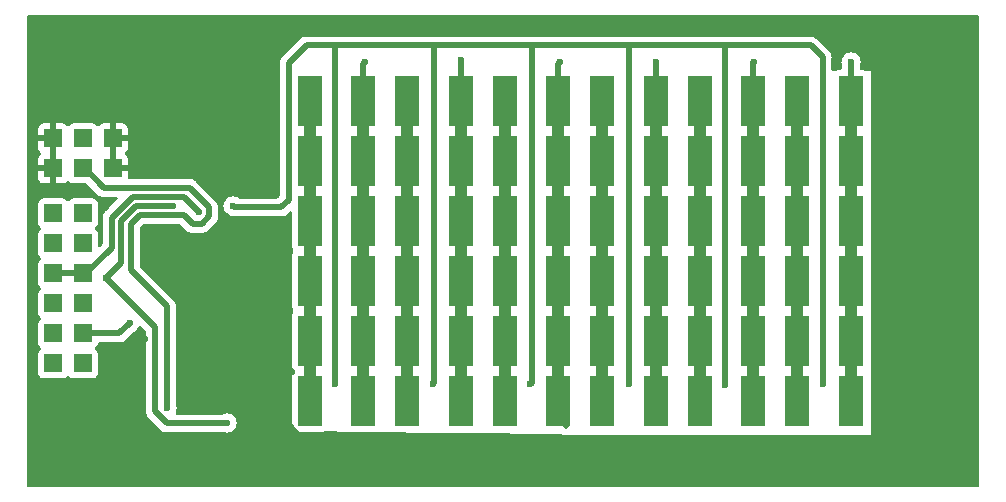
<source format=gbr>
%TF.GenerationSoftware,KiCad,Pcbnew,7.0.9-7.0.9~ubuntu23.04.1*%
%TF.CreationDate,2023-11-27T17:45:01+00:00*%
%TF.ProjectId,PCRD03,50435244-3033-42e6-9b69-6361645f7063,rev?*%
%TF.SameCoordinates,Original*%
%TF.FileFunction,Copper,L1,Top*%
%TF.FilePolarity,Positive*%
%FSLAX46Y46*%
G04 Gerber Fmt 4.6, Leading zero omitted, Abs format (unit mm)*
G04 Created by KiCad (PCBNEW 7.0.9-7.0.9~ubuntu23.04.1) date 2023-11-27 17:45:01*
%MOMM*%
%LPD*%
G01*
G04 APERTURE LIST*
%TA.AperFunction,ComponentPad*%
%ADD10R,1.524000X1.524000*%
%TD*%
%TA.AperFunction,ComponentPad*%
%ADD11C,6.000000*%
%TD*%
%TA.AperFunction,SMDPad,CuDef*%
%ADD12R,2.000000X4.200000*%
%TD*%
%TA.AperFunction,ViaPad*%
%ADD13C,0.600000*%
%TD*%
%TA.AperFunction,Conductor*%
%ADD14C,0.500000*%
%TD*%
%TA.AperFunction,Conductor*%
%ADD15C,1.000000*%
%TD*%
G04 APERTURE END LIST*
D10*
%TO.P,J1,1*%
%TO.N,GND*%
X48260000Y-41275000D03*
%TO.P,J1,2*%
X48260000Y-43815000D03*
%TO.P,J1,3*%
%TO.N,+BATT*%
X45720000Y-41275000D03*
%TO.P,J1,4*%
X45720000Y-43815000D03*
%TO.P,J1,5*%
%TO.N,GND*%
X43180000Y-41275000D03*
%TO.P,J1,6*%
X43180000Y-43815000D03*
%TD*%
D11*
%TO.P,M1,1*%
%TO.N,GND*%
X116840000Y-66040000D03*
%TD*%
%TO.P,M2,1*%
%TO.N,GND*%
X116840000Y-35560000D03*
%TD*%
%TO.P,M3,1*%
%TO.N,GND*%
X45720000Y-35560000D03*
%TD*%
%TO.P,M4,1*%
%TO.N,GND*%
X45720000Y-66040000D03*
%TD*%
D12*
%TO.P,D6,1*%
%TO.N,Net-(C16-Pad1)*%
X69433000Y-43180000D03*
%TO.P,D6,2*%
%TO.N,Net-(C13-Pad1)*%
X64933000Y-43180000D03*
%TD*%
%TO.P,D7,1*%
%TO.N,Net-(C16-Pad1)*%
X69433000Y-38100000D03*
%TO.P,D7,2*%
%TO.N,Net-(C13-Pad1)*%
X64933000Y-38100000D03*
%TD*%
%TO.P,D8,1*%
%TO.N,Net-(C16-Pad1)*%
X69433000Y-53340000D03*
%TO.P,D8,2*%
%TO.N,Net-(C13-Pad1)*%
X64933000Y-53340000D03*
%TD*%
%TO.P,D9,1*%
%TO.N,Net-(C16-Pad1)*%
X69433000Y-63500000D03*
%TO.P,D9,2*%
%TO.N,Net-(C13-Pad1)*%
X64933000Y-63500000D03*
%TD*%
%TO.P,D10,1*%
%TO.N,Net-(C16-Pad1)*%
X69433000Y-48260000D03*
%TO.P,D10,2*%
%TO.N,Net-(C13-Pad1)*%
X64933000Y-48260000D03*
%TD*%
%TO.P,D11,1*%
%TO.N,Net-(C16-Pad1)*%
X69433000Y-58420000D03*
%TO.P,D11,2*%
%TO.N,Net-(C13-Pad1)*%
X64933000Y-58420000D03*
%TD*%
%TO.P,D12,1*%
%TO.N,Net-(C22-Pad1)*%
X77688000Y-38100000D03*
%TO.P,D12,2*%
%TO.N,Net-(C19-Pad1)*%
X73188000Y-38100000D03*
%TD*%
%TO.P,D13,1*%
%TO.N,Net-(C22-Pad1)*%
X77688000Y-43180000D03*
%TO.P,D13,2*%
%TO.N,Net-(C19-Pad1)*%
X73188000Y-43180000D03*
%TD*%
%TO.P,D14,1*%
%TO.N,Net-(C22-Pad1)*%
X77688000Y-48260000D03*
%TO.P,D14,2*%
%TO.N,Net-(C19-Pad1)*%
X73188000Y-48260000D03*
%TD*%
%TO.P,D15,1*%
%TO.N,Net-(C22-Pad1)*%
X77688000Y-63500000D03*
%TO.P,D15,2*%
%TO.N,Net-(C19-Pad1)*%
X73188000Y-63500000D03*
%TD*%
%TO.P,D16,1*%
%TO.N,Net-(C22-Pad1)*%
X77688000Y-53340000D03*
%TO.P,D16,2*%
%TO.N,Net-(C19-Pad1)*%
X73188000Y-53340000D03*
%TD*%
%TO.P,D17,1*%
%TO.N,Net-(C22-Pad1)*%
X77688000Y-58420000D03*
%TO.P,D17,2*%
%TO.N,Net-(C19-Pad1)*%
X73188000Y-58420000D03*
%TD*%
%TO.P,D18,1*%
%TO.N,Net-(C28-Pad1)*%
X85943000Y-38100000D03*
%TO.P,D18,2*%
%TO.N,Net-(C25-Pad1)*%
X81443000Y-38100000D03*
%TD*%
%TO.P,D19,1*%
%TO.N,Net-(C28-Pad1)*%
X85943000Y-43180000D03*
%TO.P,D19,2*%
%TO.N,Net-(C25-Pad1)*%
X81443000Y-43180000D03*
%TD*%
%TO.P,D20,1*%
%TO.N,Net-(C28-Pad1)*%
X85943000Y-48260000D03*
%TO.P,D20,2*%
%TO.N,Net-(C25-Pad1)*%
X81443000Y-48260000D03*
%TD*%
%TO.P,D21,1*%
%TO.N,Net-(C28-Pad1)*%
X85943000Y-63500000D03*
%TO.P,D21,2*%
%TO.N,Net-(C25-Pad1)*%
X81443000Y-63500000D03*
%TD*%
%TO.P,D22,1*%
%TO.N,Net-(C28-Pad1)*%
X85943000Y-53340000D03*
%TO.P,D22,2*%
%TO.N,Net-(C25-Pad1)*%
X81443000Y-53340000D03*
%TD*%
%TO.P,D23,1*%
%TO.N,Net-(C28-Pad1)*%
X85943000Y-58420000D03*
%TO.P,D23,2*%
%TO.N,Net-(C25-Pad1)*%
X81443000Y-58420000D03*
%TD*%
%TO.P,D24,1*%
%TO.N,Net-(C34-Pad1)*%
X94198000Y-58420000D03*
%TO.P,D24,2*%
%TO.N,Net-(C31-Pad1)*%
X89698000Y-58420000D03*
%TD*%
%TO.P,D25,1*%
%TO.N,Net-(C34-Pad1)*%
X94198000Y-53340000D03*
%TO.P,D25,2*%
%TO.N,Net-(C31-Pad1)*%
X89698000Y-53340000D03*
%TD*%
%TO.P,D26,1*%
%TO.N,Net-(C34-Pad1)*%
X94198000Y-43180000D03*
%TO.P,D26,2*%
%TO.N,Net-(C31-Pad1)*%
X89698000Y-43180000D03*
%TD*%
%TO.P,D27,1*%
%TO.N,Net-(C34-Pad1)*%
X94198000Y-63500000D03*
%TO.P,D27,2*%
%TO.N,Net-(C31-Pad1)*%
X89698000Y-63500000D03*
%TD*%
%TO.P,D28,1*%
%TO.N,Net-(C34-Pad1)*%
X94198000Y-48260000D03*
%TO.P,D28,2*%
%TO.N,Net-(C31-Pad1)*%
X89698000Y-48260000D03*
%TD*%
%TO.P,D29,1*%
%TO.N,Net-(C34-Pad1)*%
X94198000Y-38100000D03*
%TO.P,D29,2*%
%TO.N,Net-(C31-Pad1)*%
X89698000Y-38100000D03*
%TD*%
%TO.P,D30,1*%
%TO.N,Net-(C40-Pad1)*%
X102453000Y-58420000D03*
%TO.P,D30,2*%
%TO.N,Net-(C37-Pad1)*%
X97953000Y-58420000D03*
%TD*%
%TO.P,D31,1*%
%TO.N,Net-(C40-Pad1)*%
X102453000Y-53340000D03*
%TO.P,D31,2*%
%TO.N,Net-(C37-Pad1)*%
X97953000Y-53340000D03*
%TD*%
%TO.P,D32,1*%
%TO.N,Net-(C40-Pad1)*%
X102453000Y-63500000D03*
%TO.P,D32,2*%
%TO.N,Net-(C37-Pad1)*%
X97953000Y-63500000D03*
%TD*%
%TO.P,D33,1*%
%TO.N,Net-(C40-Pad1)*%
X102453000Y-43180000D03*
%TO.P,D33,2*%
%TO.N,Net-(C37-Pad1)*%
X97953000Y-43180000D03*
%TD*%
%TO.P,D34,1*%
%TO.N,Net-(C40-Pad1)*%
X102453000Y-48260000D03*
%TO.P,D34,2*%
%TO.N,Net-(C37-Pad1)*%
X97953000Y-48260000D03*
%TD*%
%TO.P,D35,1*%
%TO.N,Net-(C40-Pad1)*%
X102453000Y-38100000D03*
%TO.P,D35,2*%
%TO.N,Net-(C37-Pad1)*%
X97953000Y-38100000D03*
%TD*%
%TO.P,D36,1*%
%TO.N,Net-(C46-Pad1)*%
X110708000Y-38100000D03*
%TO.P,D36,2*%
%TO.N,Net-(C43-Pad1)*%
X106208000Y-38100000D03*
%TD*%
%TO.P,D37,1*%
%TO.N,Net-(C46-Pad1)*%
X110708000Y-43180000D03*
%TO.P,D37,2*%
%TO.N,Net-(C43-Pad1)*%
X106208000Y-43180000D03*
%TD*%
%TO.P,D38,1*%
%TO.N,Net-(C46-Pad1)*%
X110708000Y-48260000D03*
%TO.P,D38,2*%
%TO.N,Net-(C43-Pad1)*%
X106208000Y-48260000D03*
%TD*%
%TO.P,D39,1*%
%TO.N,Net-(C46-Pad1)*%
X110708000Y-53340000D03*
%TO.P,D39,2*%
%TO.N,Net-(C43-Pad1)*%
X106208000Y-53340000D03*
%TD*%
%TO.P,D40,1*%
%TO.N,Net-(C46-Pad1)*%
X110708000Y-58420000D03*
%TO.P,D40,2*%
%TO.N,Net-(C43-Pad1)*%
X106208000Y-58420000D03*
%TD*%
%TO.P,D41,1*%
%TO.N,Net-(C46-Pad1)*%
X110708000Y-63500000D03*
%TO.P,D41,2*%
%TO.N,Net-(C43-Pad1)*%
X106208000Y-63500000D03*
%TD*%
D10*
%TO.P,J2,1*%
%TO.N,/ENABLE*%
X43180000Y-47625000D03*
%TO.P,J2,2*%
X45720000Y-47625000D03*
%TO.P,J2,3*%
%TO.N,/VREF*%
X43180000Y-50165000D03*
%TO.P,J2,4*%
X45720000Y-50165000D03*
%TO.P,J2,5*%
%TO.N,/BIAS*%
X43180000Y-52705000D03*
%TO.P,J2,6*%
X45720000Y-52705000D03*
%TO.P,J2,7*%
%TO.N,/MEASURE*%
X43180000Y-55245000D03*
%TO.P,J2,8*%
X45720000Y-55245000D03*
%TO.P,J2,9*%
%TO.N,/OUT_AMP*%
X43180000Y-57785000D03*
%TO.P,J2,10*%
X45720000Y-57785000D03*
%TO.P,J2,11*%
%TO.N,/RESET*%
X43180000Y-60325000D03*
%TO.P,J2,12*%
X45720000Y-60325000D03*
%TD*%
D13*
%TO.N,/BIAS*%
X55499000Y-47498000D03*
%TO.N,GND*%
X58928000Y-60071000D03*
X51181000Y-40894000D03*
X59880500Y-35623500D03*
X57023000Y-40767000D03*
X61112400Y-52959000D03*
X59436000Y-33528000D03*
X52407820Y-51943000D03*
X54483000Y-40767000D03*
X60198000Y-37973000D03*
X63373000Y-61087000D03*
X59944000Y-40386000D03*
X50927000Y-58293000D03*
%TO.N,+BATT*%
X52832000Y-64135000D03*
%TO.N,+3V3*%
X83693000Y-51689000D03*
X67056000Y-53086000D03*
X58420000Y-46990000D03*
X75438000Y-53086000D03*
X83566000Y-62103000D03*
X100076000Y-62146000D03*
X91948000Y-52324000D03*
X108331000Y-62103000D03*
X108331000Y-53086000D03*
X67056000Y-62103000D03*
X47625000Y-53086000D03*
X100076000Y-53086000D03*
X57912000Y-65362000D03*
X91948000Y-62103000D03*
X75311000Y-62103000D03*
X53340000Y-46990000D03*
%TO.N,Net-(C13-Pad1)*%
X64933000Y-55880000D03*
%TO.N,Net-(C16-Pad1)*%
X69596000Y-34798000D03*
X69433000Y-55880000D03*
%TO.N,Net-(C19-Pad1)*%
X73188000Y-55880000D03*
%TO.N,Net-(C22-Pad1)*%
X77688000Y-55753000D03*
X77724000Y-34671000D03*
%TO.N,Net-(C25-Pad1)*%
X81443000Y-55753000D03*
%TO.N,Net-(C28-Pad1)*%
X85943000Y-55880000D03*
X86106000Y-34798000D03*
%TO.N,Net-(C31-Pad1)*%
X89698000Y-55753000D03*
%TO.N,Net-(C34-Pad1)*%
X94234000Y-34798000D03*
X94198000Y-55880000D03*
%TO.N,Net-(C37-Pad1)*%
X97953000Y-55753000D03*
%TO.N,Net-(C40-Pad1)*%
X102489000Y-34798000D03*
X102453000Y-55880000D03*
%TO.N,Net-(C43-Pad1)*%
X106208000Y-55880000D03*
%TO.N,Net-(C46-Pad1)*%
X110708000Y-55880000D03*
X110744000Y-34798000D03*
%TO.N,/OUT_AMP*%
X49657000Y-56896000D03*
%TD*%
D14*
%TO.N,/BIAS*%
X45974000Y-52705000D02*
X48133000Y-50546000D01*
X48133000Y-50546000D02*
X48133000Y-48006000D01*
X48133000Y-48006000D02*
X49911000Y-46228000D01*
X49911000Y-46228000D02*
X54229000Y-46228000D01*
X54229000Y-46228000D02*
X55499000Y-47498000D01*
X45720000Y-52705000D02*
X46101000Y-52705000D01*
X43180000Y-52705000D02*
X45720000Y-52705000D01*
X45720000Y-52705000D02*
X45974000Y-52705000D01*
X45720000Y-52705000D02*
X45847000Y-52705000D01*
D15*
%TO.N,GND*%
X113385600Y-66040000D02*
X112572800Y-66852800D01*
X112572800Y-66852800D02*
X64084200Y-66852800D01*
X64084200Y-66852800D02*
X62382400Y-65151000D01*
X62382400Y-65151000D02*
X62382400Y-61087000D01*
X62382400Y-55473600D02*
X61112400Y-54203600D01*
X61112400Y-54203600D02*
X55092600Y-54203600D01*
X55092600Y-54203600D02*
X54127400Y-53238400D01*
X54127400Y-53238400D02*
X54127400Y-51943000D01*
X54127400Y-51155600D02*
X52120800Y-49149000D01*
D14*
X50927000Y-58293000D02*
X49530000Y-59690000D01*
X49530000Y-59690000D02*
X49530000Y-62230000D01*
X49530000Y-62230000D02*
X45720000Y-66040000D01*
X58928000Y-60071000D02*
X62382400Y-60071000D01*
X62382400Y-60071000D02*
X62103000Y-60071000D01*
X62103000Y-60071000D02*
X62382400Y-60071000D01*
D15*
X62382400Y-60071000D02*
X62382400Y-55473600D01*
D14*
X63373000Y-61087000D02*
X62382400Y-61087000D01*
X62382400Y-61087000D02*
X62865000Y-61087000D01*
X62865000Y-61087000D02*
X62382400Y-61087000D01*
D15*
X62382400Y-61087000D02*
X62382400Y-60071000D01*
D14*
X52407820Y-51943000D02*
X54127400Y-51943000D01*
X54127400Y-51943000D02*
X54102000Y-51943000D01*
X54102000Y-51943000D02*
X54127400Y-51943000D01*
D15*
X54127400Y-51943000D02*
X54127400Y-51155600D01*
D14*
X59880500Y-35623500D02*
X59944000Y-35560000D01*
D15*
X116840000Y-66040000D02*
X113385600Y-66040000D01*
D14*
X61112400Y-54203600D02*
X61112400Y-52959000D01*
%TO.N,+BATT*%
X45847000Y-43815000D02*
X47498000Y-45466000D01*
X47498000Y-45466000D02*
X54737000Y-45466000D01*
X54737000Y-45466000D02*
X56388000Y-47117000D01*
X56388000Y-47117000D02*
X56388000Y-47879000D01*
X56388000Y-47879000D02*
X55753000Y-48514000D01*
X55753000Y-48514000D02*
X54991000Y-48514000D01*
X54991000Y-48514000D02*
X54229000Y-47752000D01*
X54229000Y-47752000D02*
X50546000Y-47752000D01*
X50546000Y-47752000D02*
X49784000Y-48514000D01*
X49784000Y-48514000D02*
X49784000Y-52451000D01*
X49784000Y-52451000D02*
X52832000Y-55499000D01*
X52832000Y-55499000D02*
X52832000Y-64135000D01*
X45720000Y-43815000D02*
X45847000Y-43815000D01*
%TO.N,+3V3*%
X47625000Y-53086000D02*
X48895000Y-51816000D01*
X48895000Y-51816000D02*
X48895000Y-48260000D01*
X48895000Y-48260000D02*
X50165000Y-46990000D01*
X50165000Y-46990000D02*
X53340000Y-46990000D01*
X107315000Y-33401000D02*
X108331000Y-34417000D01*
X108331000Y-34417000D02*
X108331000Y-53086000D01*
X108331000Y-53086000D02*
X108331000Y-62103000D01*
X100076000Y-62146000D02*
X100076000Y-53086000D01*
X100076000Y-33401000D02*
X100076000Y-33528000D01*
X100076000Y-33528000D02*
X100076000Y-33401000D01*
X100076000Y-33401000D02*
X107315000Y-33401000D01*
X100076000Y-53086000D02*
X100076000Y-33401000D01*
X91948000Y-33401000D02*
X100076000Y-33401000D01*
X91948000Y-52324000D02*
X91948000Y-62103000D01*
X83693000Y-33401000D02*
X91948000Y-33401000D01*
X83693000Y-61976000D02*
X83566000Y-62103000D01*
X83693000Y-51689000D02*
X83693000Y-61976000D01*
X75438000Y-33401000D02*
X83693000Y-33401000D01*
X75438000Y-61976000D02*
X75311000Y-62103000D01*
X75438000Y-53086000D02*
X75438000Y-61976000D01*
X67056000Y-33401000D02*
X75438000Y-33401000D01*
X67056000Y-53086000D02*
X67056000Y-62103000D01*
X58420000Y-46990000D02*
X58547000Y-47117000D01*
X58547000Y-47117000D02*
X62484000Y-47117000D01*
X62484000Y-47117000D02*
X63119000Y-46482000D01*
X63119000Y-46482000D02*
X63119000Y-34925000D01*
X63119000Y-34925000D02*
X64643000Y-33401000D01*
X64643000Y-33401000D02*
X67056000Y-33401000D01*
X57912000Y-65362000D02*
X57869000Y-65405000D01*
X57869000Y-65405000D02*
X52832000Y-65405000D01*
X52832000Y-65405000D02*
X51816000Y-64389000D01*
X51816000Y-59817000D02*
X51816000Y-64389000D01*
X51816000Y-57277000D02*
X47625000Y-53086000D01*
X75438000Y-33401000D02*
X75438000Y-53086000D01*
X83693000Y-33401000D02*
X83693000Y-51689000D01*
X51816000Y-59817000D02*
X51816000Y-57277000D01*
X91948000Y-33401000D02*
X91948000Y-52324000D01*
X67056000Y-33401000D02*
X67056000Y-53086000D01*
D15*
%TO.N,Net-(C13-Pad1)*%
X64933000Y-58420000D02*
X64933000Y-55880000D01*
X64933000Y-53340000D02*
X64933000Y-48260000D01*
X64933000Y-48260000D02*
X64933000Y-43180000D01*
X64933000Y-43180000D02*
X64933000Y-40640000D01*
X64933000Y-40640000D02*
X64933000Y-38100000D01*
X64933000Y-55880000D02*
X64933000Y-53340000D01*
D14*
X64933000Y-40640000D02*
X64933000Y-40676000D01*
D15*
X64933000Y-63500000D02*
X64933000Y-58420000D01*
%TO.N,Net-(C16-Pad1)*%
X69433000Y-43180000D02*
X69433000Y-48260000D01*
X69433000Y-48260000D02*
X69433000Y-53340000D01*
X69433000Y-53340000D02*
X69433000Y-55880000D01*
X69433000Y-58420000D02*
X69433000Y-63500000D01*
D14*
X69596000Y-63663000D02*
X69433000Y-63500000D01*
X69723000Y-63790000D02*
X69433000Y-63500000D01*
X69433000Y-64861000D02*
X69433000Y-63500000D01*
D15*
X69433000Y-40640000D02*
X69433000Y-43180000D01*
X69433000Y-55880000D02*
X69433000Y-58420000D01*
D14*
X69596000Y-34798000D02*
X69433000Y-34961000D01*
X69433000Y-34961000D02*
X69433000Y-38100000D01*
D15*
X69433000Y-38100000D02*
X69433000Y-40640000D01*
%TO.N,Net-(C19-Pad1)*%
X73188000Y-58420000D02*
X73188000Y-55880000D01*
X73188000Y-53340000D02*
X73188000Y-48260000D01*
X73188000Y-48260000D02*
X73188000Y-43180000D01*
X73188000Y-43180000D02*
X73188000Y-40767000D01*
X73188000Y-40767000D02*
X73188000Y-38100000D01*
X73188000Y-55880000D02*
X73188000Y-53340000D01*
X73188000Y-63500000D02*
X73188000Y-58420000D01*
%TO.N,Net-(C22-Pad1)*%
X77688000Y-43180000D02*
X77688000Y-48260000D01*
X77688000Y-48260000D02*
X77688000Y-53340000D01*
X77688000Y-53340000D02*
X77688000Y-55753000D01*
X77688000Y-58420000D02*
X77688000Y-63500000D01*
D14*
X78105000Y-63917000D02*
X77688000Y-63500000D01*
X77978000Y-63790000D02*
X77688000Y-63500000D01*
X78486000Y-64298000D02*
X77688000Y-63500000D01*
D15*
X77688000Y-40640000D02*
X77688000Y-43180000D01*
X77688000Y-40513000D02*
X77688000Y-40640000D01*
X77688000Y-55753000D02*
X77688000Y-58420000D01*
D14*
X77724000Y-34671000D02*
X77688000Y-34707000D01*
X77688000Y-34707000D02*
X77688000Y-38100000D01*
D15*
X77688000Y-38100000D02*
X77688000Y-40513000D01*
%TO.N,Net-(C25-Pad1)*%
X81443000Y-58420000D02*
X81443000Y-55753000D01*
X81443000Y-53340000D02*
X81443000Y-48260000D01*
X81443000Y-48260000D02*
X81443000Y-45720000D01*
X81443000Y-43180000D02*
X81443000Y-40767000D01*
X81443000Y-45720000D02*
X81443000Y-43180000D01*
X81443000Y-40767000D02*
X81443000Y-38100000D01*
X81443000Y-55753000D02*
X81443000Y-53340000D01*
X81443000Y-63500000D02*
X81443000Y-58420000D01*
%TO.N,Net-(C28-Pad1)*%
X85943000Y-43180000D02*
X85943000Y-45720000D01*
X85943000Y-48260000D02*
X85943000Y-53340000D01*
X85943000Y-53340000D02*
X85943000Y-55880000D01*
X85943000Y-58420000D02*
X85943000Y-63500000D01*
D14*
X86360000Y-63917000D02*
X85943000Y-63500000D01*
X86614000Y-65659000D02*
X86614000Y-64171000D01*
X86614000Y-64171000D02*
X85943000Y-63500000D01*
D15*
X85943000Y-45720000D02*
X85943000Y-48260000D01*
X85943000Y-40640000D02*
X85943000Y-43180000D01*
X85943000Y-55880000D02*
X85943000Y-58420000D01*
D14*
X86106000Y-34798000D02*
X85943000Y-34961000D01*
X85943000Y-34961000D02*
X85943000Y-38100000D01*
D15*
X85943000Y-38100000D02*
X85943000Y-40640000D01*
%TO.N,Net-(C31-Pad1)*%
X89698000Y-58420000D02*
X89698000Y-55753000D01*
X89698000Y-53340000D02*
X89698000Y-48260000D01*
X89698000Y-48260000D02*
X89698000Y-43180000D01*
X89698000Y-43180000D02*
X89698000Y-40640000D01*
X89698000Y-40640000D02*
X89698000Y-38100000D01*
X89698000Y-55753000D02*
X89698000Y-53340000D01*
X89698000Y-63500000D02*
X89698000Y-58420000D01*
%TO.N,Net-(C34-Pad1)*%
X94198000Y-43180000D02*
X94198000Y-48260000D01*
X94198000Y-48260000D02*
X94198000Y-53340000D01*
X94198000Y-53340000D02*
X94198000Y-55880000D01*
X94198000Y-58420000D02*
X94198000Y-63500000D01*
D14*
X94615000Y-63917000D02*
X94198000Y-63500000D01*
X94996000Y-64298000D02*
X94198000Y-63500000D01*
D15*
X94198000Y-40767000D02*
X94198000Y-43180000D01*
X94198000Y-55880000D02*
X94198000Y-58420000D01*
D14*
X94234000Y-34798000D02*
X94198000Y-34834000D01*
X94198000Y-34834000D02*
X94198000Y-38100000D01*
D15*
X94198000Y-38100000D02*
X94198000Y-40767000D01*
%TO.N,Net-(C37-Pad1)*%
X97953000Y-58420000D02*
X97953000Y-55753000D01*
X97953000Y-53340000D02*
X97953000Y-48260000D01*
X97953000Y-48260000D02*
X97953000Y-43180000D01*
X97953000Y-43180000D02*
X97953000Y-40640000D01*
X97953000Y-40640000D02*
X97953000Y-38100000D01*
X97953000Y-55753000D02*
X97953000Y-53340000D01*
X97953000Y-63500000D02*
X97953000Y-58420000D01*
%TO.N,Net-(C40-Pad1)*%
X102453000Y-43180000D02*
X102453000Y-48260000D01*
X102453000Y-48260000D02*
X102453000Y-53340000D01*
X102453000Y-53340000D02*
X102453000Y-55880000D01*
X102453000Y-58420000D02*
X102453000Y-63500000D01*
D14*
X102870000Y-63917000D02*
X102453000Y-63500000D01*
X102453000Y-64861000D02*
X102453000Y-63500000D01*
D15*
X102453000Y-40640000D02*
X102453000Y-43180000D01*
X102453000Y-55880000D02*
X102453000Y-58420000D01*
D14*
X102489000Y-34798000D02*
X102453000Y-34834000D01*
X102453000Y-34834000D02*
X102453000Y-38100000D01*
D15*
X102453000Y-38100000D02*
X102453000Y-40640000D01*
%TO.N,Net-(C43-Pad1)*%
X106208000Y-43180000D02*
X106208000Y-48260000D01*
X106208000Y-48260000D02*
X106208000Y-53340000D01*
X106208000Y-53340000D02*
X106208000Y-55880000D01*
X106208000Y-58420000D02*
X106208000Y-63500000D01*
X106208000Y-40640000D02*
X106208000Y-43180000D01*
X106208000Y-55880000D02*
X106208000Y-58420000D01*
X106208000Y-38100000D02*
X106208000Y-40640000D01*
%TO.N,Net-(C46-Pad1)*%
X110708000Y-58420000D02*
X110708000Y-55880000D01*
X110708000Y-53340000D02*
X110708000Y-48260000D01*
X110708000Y-48260000D02*
X110708000Y-43180000D01*
X110708000Y-43180000D02*
X110708000Y-40767000D01*
D14*
X110998000Y-63790000D02*
X110708000Y-63500000D01*
X110708000Y-64861000D02*
X110708000Y-63500000D01*
X110708000Y-64861000D02*
X110708000Y-63500000D01*
D15*
X110708000Y-40767000D02*
X110708000Y-38100000D01*
X110708000Y-55880000D02*
X110708000Y-53340000D01*
D14*
X110744000Y-34798000D02*
X110708000Y-34834000D01*
X110708000Y-34834000D02*
X110708000Y-38100000D01*
D15*
X110708000Y-63500000D02*
X110708000Y-58420000D01*
D14*
%TO.N,/OUT_AMP*%
X49657000Y-56896000D02*
X48768000Y-57785000D01*
X48768000Y-57785000D02*
X45720000Y-57785000D01*
%TD*%
%TA.AperFunction,Conductor*%
%TO.N,GND*%
G36*
X42984960Y-41680004D02*
G01*
X43113002Y-41719500D01*
X43213312Y-41719500D01*
X43312499Y-41704550D01*
X43433224Y-41646412D01*
X43434000Y-41645691D01*
X43434000Y-43450194D01*
X43375040Y-43409996D01*
X43246998Y-43370500D01*
X43146688Y-43370500D01*
X43047501Y-43385450D01*
X42926776Y-43443588D01*
X42926000Y-43444308D01*
X42926000Y-41639805D01*
X42984960Y-41680004D01*
G37*
%TD.AperFunction*%
%TA.AperFunction,Conductor*%
G36*
X48064960Y-41680004D02*
G01*
X48193002Y-41719500D01*
X48293312Y-41719500D01*
X48392499Y-41704550D01*
X48513224Y-41646412D01*
X48514000Y-41645691D01*
X48514000Y-43450194D01*
X48455040Y-43409996D01*
X48326998Y-43370500D01*
X48226688Y-43370500D01*
X48127501Y-43385450D01*
X48006776Y-43443588D01*
X48006000Y-43444308D01*
X48006000Y-41639805D01*
X48064960Y-41680004D01*
G37*
%TD.AperFunction*%
%TA.AperFunction,Conductor*%
G36*
X121532621Y-30829502D02*
G01*
X121579114Y-30883158D01*
X121590500Y-30935500D01*
X121590500Y-70664500D01*
X121570498Y-70732621D01*
X121516842Y-70779114D01*
X121464500Y-70790500D01*
X41095500Y-70790500D01*
X41027379Y-70770498D01*
X40980886Y-70716842D01*
X40969500Y-70664500D01*
X40969500Y-61135649D01*
X41909500Y-61135649D01*
X41916009Y-61196196D01*
X41916011Y-61196204D01*
X41967110Y-61333202D01*
X41967112Y-61333207D01*
X42054738Y-61450261D01*
X42171792Y-61537887D01*
X42171794Y-61537888D01*
X42171796Y-61537889D01*
X42230875Y-61559924D01*
X42308795Y-61588988D01*
X42308803Y-61588990D01*
X42369350Y-61595499D01*
X42369355Y-61595499D01*
X42369362Y-61595500D01*
X42369368Y-61595500D01*
X43990632Y-61595500D01*
X43990638Y-61595500D01*
X43990645Y-61595499D01*
X43990649Y-61595499D01*
X44051196Y-61588990D01*
X44051199Y-61588989D01*
X44051201Y-61588989D01*
X44188204Y-61537889D01*
X44305261Y-61450261D01*
X44349132Y-61391657D01*
X44405968Y-61349110D01*
X44476784Y-61344046D01*
X44539096Y-61378071D01*
X44550868Y-61391657D01*
X44594738Y-61450261D01*
X44711792Y-61537887D01*
X44711794Y-61537888D01*
X44711796Y-61537889D01*
X44770875Y-61559924D01*
X44848795Y-61588988D01*
X44848803Y-61588990D01*
X44909350Y-61595499D01*
X44909355Y-61595499D01*
X44909362Y-61595500D01*
X44909368Y-61595500D01*
X46530632Y-61595500D01*
X46530638Y-61595500D01*
X46530645Y-61595499D01*
X46530649Y-61595499D01*
X46591196Y-61588990D01*
X46591199Y-61588989D01*
X46591201Y-61588989D01*
X46728204Y-61537889D01*
X46845261Y-61450261D01*
X46932889Y-61333204D01*
X46983989Y-61196201D01*
X46988549Y-61153791D01*
X46990499Y-61135649D01*
X46990500Y-61135632D01*
X46990500Y-59514367D01*
X46990499Y-59514350D01*
X46983990Y-59453803D01*
X46983988Y-59453795D01*
X46932889Y-59316797D01*
X46932887Y-59316792D01*
X46845261Y-59199738D01*
X46786657Y-59155868D01*
X46744110Y-59099032D01*
X46739046Y-59028216D01*
X46773071Y-58965904D01*
X46786657Y-58954132D01*
X46845261Y-58910261D01*
X46932887Y-58793207D01*
X46932887Y-58793206D01*
X46932889Y-58793204D01*
X46983989Y-58656201D01*
X46983997Y-58656120D01*
X46984008Y-58656029D01*
X46984058Y-58655906D01*
X46985803Y-58648526D01*
X46986998Y-58648808D01*
X47011179Y-58590437D01*
X47069498Y-58549947D01*
X47109286Y-58543500D01*
X48703559Y-58543500D01*
X48721819Y-58544830D01*
X48726715Y-58545547D01*
X48745789Y-58548341D01*
X48779146Y-58545422D01*
X48798385Y-58543740D01*
X48803878Y-58543500D01*
X48812176Y-58543500D01*
X48812180Y-58543500D01*
X48838512Y-58540421D01*
X48845096Y-58539652D01*
X48851861Y-58539060D01*
X48922426Y-58532887D01*
X48922432Y-58532884D01*
X48929618Y-58531402D01*
X48929631Y-58531468D01*
X48936987Y-58529836D01*
X48936972Y-58529771D01*
X48944104Y-58528079D01*
X48944113Y-58528079D01*
X49017065Y-58501526D01*
X49090738Y-58477114D01*
X49090740Y-58477112D01*
X49097389Y-58474012D01*
X49097418Y-58474074D01*
X49104203Y-58470789D01*
X49104173Y-58470729D01*
X49110728Y-58467436D01*
X49110732Y-58467435D01*
X49175605Y-58424766D01*
X49241651Y-58384030D01*
X49241660Y-58384020D01*
X49247408Y-58379477D01*
X49247450Y-58379531D01*
X49253289Y-58374775D01*
X49253246Y-58374723D01*
X49258865Y-58370006D01*
X49258874Y-58370001D01*
X49312163Y-58313517D01*
X49969103Y-57656576D01*
X50004698Y-57634316D01*
X50003638Y-57632114D01*
X50010011Y-57629044D01*
X50010015Y-57629043D01*
X50164281Y-57532111D01*
X50293111Y-57403281D01*
X50390043Y-57249015D01*
X50408133Y-57197315D01*
X50449509Y-57139626D01*
X50515509Y-57113463D01*
X50585176Y-57127135D01*
X50616156Y-57149837D01*
X51020595Y-57554276D01*
X51054621Y-57616588D01*
X51057500Y-57643371D01*
X51057500Y-64324559D01*
X51056170Y-64342819D01*
X51052659Y-64366786D01*
X51052659Y-64366794D01*
X51057260Y-64419372D01*
X51057500Y-64424866D01*
X51057500Y-64433182D01*
X51061347Y-64466094D01*
X51068112Y-64543419D01*
X51069596Y-64550606D01*
X51069531Y-64550619D01*
X51071165Y-64557989D01*
X51071229Y-64557975D01*
X51072921Y-64565116D01*
X51092835Y-64619827D01*
X51096158Y-64628958D01*
X51099473Y-64638064D01*
X51123885Y-64711736D01*
X51126987Y-64718388D01*
X51126926Y-64718416D01*
X51130211Y-64725202D01*
X51130270Y-64725173D01*
X51133560Y-64731724D01*
X51176233Y-64796605D01*
X51216967Y-64862648D01*
X51221522Y-64868408D01*
X51221468Y-64868450D01*
X51226228Y-64874292D01*
X51226279Y-64874250D01*
X51230993Y-64879868D01*
X51230998Y-64879873D01*
X51230999Y-64879874D01*
X51287482Y-64933163D01*
X52250098Y-65895779D01*
X52262065Y-65909627D01*
X52263179Y-65911124D01*
X52276531Y-65929058D01*
X52299317Y-65948178D01*
X52316975Y-65962994D01*
X52321021Y-65966702D01*
X52326899Y-65972580D01*
X52349452Y-65990412D01*
X52352893Y-65993133D01*
X52412360Y-66043033D01*
X52418491Y-66047065D01*
X52418454Y-66047120D01*
X52424811Y-66051169D01*
X52424847Y-66051113D01*
X52431092Y-66054965D01*
X52431095Y-66054967D01*
X52501452Y-66087775D01*
X52570812Y-66122609D01*
X52570813Y-66122609D01*
X52570817Y-66122611D01*
X52577713Y-66125121D01*
X52577689Y-66125185D01*
X52584805Y-66127659D01*
X52584827Y-66127595D01*
X52591791Y-66129903D01*
X52667849Y-66145607D01*
X52685853Y-66149874D01*
X52743344Y-66163500D01*
X52743350Y-66163500D01*
X52750633Y-66164352D01*
X52750625Y-66164419D01*
X52758122Y-66165185D01*
X52758128Y-66165119D01*
X52765435Y-66165757D01*
X52765442Y-66165759D01*
X52843080Y-66163500D01*
X57800927Y-66163500D01*
X57807980Y-66163895D01*
X57844645Y-66168026D01*
X57846789Y-66168341D01*
X57846792Y-66168340D01*
X57847762Y-66168483D01*
X57850263Y-66168660D01*
X57867680Y-66170622D01*
X57912000Y-66175616D01*
X58093047Y-66155217D01*
X58265015Y-66095043D01*
X58419281Y-65998111D01*
X58548111Y-65869281D01*
X58645043Y-65715015D01*
X58705217Y-65543047D01*
X58725616Y-65362000D01*
X58705217Y-65180953D01*
X58645043Y-65008985D01*
X58645041Y-65008982D01*
X58645041Y-65008981D01*
X58548112Y-64854720D01*
X58548111Y-64854718D01*
X58419281Y-64725888D01*
X58419279Y-64725887D01*
X58265018Y-64628958D01*
X58265015Y-64628957D01*
X58093050Y-64568784D01*
X58093049Y-64568783D01*
X58093047Y-64568783D01*
X57912000Y-64548384D01*
X57730953Y-64568783D01*
X57730950Y-64568783D01*
X57730949Y-64568784D01*
X57558984Y-64628957D01*
X57552605Y-64632029D01*
X57551677Y-64630103D01*
X57494765Y-64646500D01*
X53687167Y-64646500D01*
X53619046Y-64626498D01*
X53572553Y-64572842D01*
X53562449Y-64502568D01*
X53568238Y-64478885D01*
X53584230Y-64433182D01*
X53625217Y-64316047D01*
X53645616Y-64135000D01*
X53625217Y-63953953D01*
X53597569Y-63874940D01*
X53590500Y-63833329D01*
X53590500Y-55563441D01*
X53591830Y-55545182D01*
X53592940Y-55537600D01*
X53595341Y-55521211D01*
X53592491Y-55488638D01*
X53590740Y-55468614D01*
X53590500Y-55463121D01*
X53590500Y-55454819D01*
X53586652Y-55421905D01*
X53586652Y-55421904D01*
X53579887Y-55344574D01*
X53579885Y-55344570D01*
X53578403Y-55337388D01*
X53578469Y-55337374D01*
X53576837Y-55330012D01*
X53576772Y-55330028D01*
X53575080Y-55322890D01*
X53548526Y-55249934D01*
X53524114Y-55176262D01*
X53524109Y-55176255D01*
X53521012Y-55169611D01*
X53521074Y-55169581D01*
X53517788Y-55162795D01*
X53517728Y-55162826D01*
X53514433Y-55156265D01*
X53471766Y-55091394D01*
X53431031Y-55025351D01*
X53431030Y-55025349D01*
X53431027Y-55025346D01*
X53426478Y-55019592D01*
X53426531Y-55019549D01*
X53421766Y-55013700D01*
X53421715Y-55013744D01*
X53416998Y-55008122D01*
X53360518Y-54954837D01*
X50579405Y-52173723D01*
X50545379Y-52111411D01*
X50542500Y-52084628D01*
X50542500Y-48880371D01*
X50562502Y-48812250D01*
X50579405Y-48791276D01*
X50823276Y-48547405D01*
X50885588Y-48513379D01*
X50912371Y-48510500D01*
X53862629Y-48510500D01*
X53930750Y-48530502D01*
X53951724Y-48547405D01*
X54409092Y-49004773D01*
X54421065Y-49018627D01*
X54435531Y-49038058D01*
X54437534Y-49039739D01*
X54475975Y-49071994D01*
X54480021Y-49075702D01*
X54485900Y-49081581D01*
X54511895Y-49102135D01*
X54571360Y-49152032D01*
X54571366Y-49152035D01*
X54577495Y-49156067D01*
X54577458Y-49156122D01*
X54583811Y-49160169D01*
X54583847Y-49160113D01*
X54590092Y-49163965D01*
X54590095Y-49163967D01*
X54660452Y-49196775D01*
X54729812Y-49231609D01*
X54729813Y-49231609D01*
X54729817Y-49231611D01*
X54736713Y-49234121D01*
X54736689Y-49234185D01*
X54743805Y-49236659D01*
X54743827Y-49236595D01*
X54750791Y-49238903D01*
X54826849Y-49254607D01*
X54857561Y-49261886D01*
X54902344Y-49272500D01*
X54902350Y-49272500D01*
X54909633Y-49273352D01*
X54909625Y-49273419D01*
X54917122Y-49274185D01*
X54917128Y-49274119D01*
X54924435Y-49274757D01*
X54924442Y-49274759D01*
X55002080Y-49272500D01*
X55688559Y-49272500D01*
X55706819Y-49273830D01*
X55711715Y-49274547D01*
X55730789Y-49277341D01*
X55764146Y-49274422D01*
X55783385Y-49272740D01*
X55788878Y-49272500D01*
X55797176Y-49272500D01*
X55797180Y-49272500D01*
X55823512Y-49269421D01*
X55830096Y-49268652D01*
X55836861Y-49268060D01*
X55907426Y-49261887D01*
X55907432Y-49261884D01*
X55914618Y-49260402D01*
X55914631Y-49260468D01*
X55921987Y-49258836D01*
X55921972Y-49258771D01*
X55929104Y-49257079D01*
X55929113Y-49257079D01*
X56002065Y-49230526D01*
X56075738Y-49206114D01*
X56075740Y-49206112D01*
X56082389Y-49203012D01*
X56082418Y-49203074D01*
X56089203Y-49199789D01*
X56089173Y-49199729D01*
X56095728Y-49196436D01*
X56095732Y-49196435D01*
X56160605Y-49153766D01*
X56226651Y-49113030D01*
X56226660Y-49113020D01*
X56232408Y-49108477D01*
X56232450Y-49108531D01*
X56238289Y-49103775D01*
X56238246Y-49103723D01*
X56243865Y-49099006D01*
X56243874Y-49099001D01*
X56297163Y-49042517D01*
X56878784Y-48460895D01*
X56892617Y-48448941D01*
X56912058Y-48434469D01*
X56946001Y-48394015D01*
X56949700Y-48389979D01*
X56955581Y-48384100D01*
X56965547Y-48371494D01*
X56976135Y-48358105D01*
X56998481Y-48331472D01*
X57026032Y-48298640D01*
X57026033Y-48298636D01*
X57026036Y-48298634D01*
X57030070Y-48292502D01*
X57030127Y-48292539D01*
X57034171Y-48286191D01*
X57034112Y-48286155D01*
X57037961Y-48279912D01*
X57037967Y-48279905D01*
X57070775Y-48209547D01*
X57105609Y-48140188D01*
X57105610Y-48140182D01*
X57108119Y-48133291D01*
X57108184Y-48133314D01*
X57110658Y-48126197D01*
X57110594Y-48126176D01*
X57112903Y-48119208D01*
X57128607Y-48043150D01*
X57134786Y-48017079D01*
X57146500Y-47967656D01*
X57146500Y-47967649D01*
X57147352Y-47960368D01*
X57147419Y-47960375D01*
X57148185Y-47952877D01*
X57148119Y-47952872D01*
X57148757Y-47945565D01*
X57148759Y-47945558D01*
X57146500Y-47867920D01*
X57146500Y-47181441D01*
X57147830Y-47163182D01*
X57148940Y-47155600D01*
X57151341Y-47139211D01*
X57148875Y-47111027D01*
X57146740Y-47086614D01*
X57146500Y-47081121D01*
X57146500Y-47072819D01*
X57142652Y-47039905D01*
X57138286Y-46990000D01*
X57606384Y-46990000D01*
X57626783Y-47171047D01*
X57626783Y-47171049D01*
X57626784Y-47171050D01*
X57686957Y-47343015D01*
X57686958Y-47343018D01*
X57783887Y-47497279D01*
X57783888Y-47497281D01*
X57912718Y-47626111D01*
X57912720Y-47626112D01*
X58043264Y-47708138D01*
X58066985Y-47723043D01*
X58083416Y-47728792D01*
X58122794Y-47751201D01*
X58127360Y-47755032D01*
X58127362Y-47755033D01*
X58133495Y-47759067D01*
X58133457Y-47759123D01*
X58139811Y-47763171D01*
X58139847Y-47763114D01*
X58146089Y-47766964D01*
X58146091Y-47766965D01*
X58146094Y-47766967D01*
X58216447Y-47799773D01*
X58285812Y-47834609D01*
X58285814Y-47834609D01*
X58292713Y-47837121D01*
X58292689Y-47837184D01*
X58299806Y-47839658D01*
X58299828Y-47839594D01*
X58306792Y-47841902D01*
X58382818Y-47857599D01*
X58458343Y-47875500D01*
X58465632Y-47876352D01*
X58465624Y-47876418D01*
X58473122Y-47877184D01*
X58473128Y-47877118D01*
X58480435Y-47877756D01*
X58480442Y-47877758D01*
X58558045Y-47875500D01*
X62419559Y-47875500D01*
X62437819Y-47876830D01*
X62442715Y-47877547D01*
X62461789Y-47880341D01*
X62495146Y-47877422D01*
X62514385Y-47875740D01*
X62519878Y-47875500D01*
X62528176Y-47875500D01*
X62528180Y-47875500D01*
X62554512Y-47872421D01*
X62561096Y-47871652D01*
X62567861Y-47871060D01*
X62638426Y-47864887D01*
X62638432Y-47864884D01*
X62645618Y-47863402D01*
X62645631Y-47863468D01*
X62652987Y-47861836D01*
X62652972Y-47861771D01*
X62660104Y-47860079D01*
X62660113Y-47860079D01*
X62733065Y-47833526D01*
X62806738Y-47809114D01*
X62806740Y-47809112D01*
X62813389Y-47806012D01*
X62813418Y-47806074D01*
X62820203Y-47802789D01*
X62820173Y-47802729D01*
X62826728Y-47799436D01*
X62826732Y-47799435D01*
X62891605Y-47756766D01*
X62957651Y-47716030D01*
X62957660Y-47716020D01*
X62963408Y-47711477D01*
X62963450Y-47711531D01*
X62969289Y-47706775D01*
X62969246Y-47706723D01*
X62974865Y-47702006D01*
X62974874Y-47702001D01*
X63028163Y-47645517D01*
X63087320Y-47586360D01*
X63209405Y-47464276D01*
X63271717Y-47430250D01*
X63342532Y-47435315D01*
X63399368Y-47477862D01*
X63424179Y-47544382D01*
X63424500Y-47553371D01*
X63424500Y-50408649D01*
X63431009Y-50469196D01*
X63431011Y-50469201D01*
X63482111Y-50606204D01*
X63482112Y-50606205D01*
X63484585Y-50610734D01*
X63500000Y-50671124D01*
X63500000Y-50928874D01*
X63484591Y-50989252D01*
X63482112Y-50993791D01*
X63431011Y-51130795D01*
X63431009Y-51130803D01*
X63424500Y-51191350D01*
X63424500Y-55488649D01*
X63431009Y-55549196D01*
X63431011Y-55549201D01*
X63482111Y-55686204D01*
X63482112Y-55686205D01*
X63484585Y-55690734D01*
X63500000Y-55751124D01*
X63500000Y-56008874D01*
X63484591Y-56069252D01*
X63482112Y-56073791D01*
X63431011Y-56210795D01*
X63431009Y-56210803D01*
X63424500Y-56271350D01*
X63424500Y-60568649D01*
X63431009Y-60629196D01*
X63431011Y-60629201D01*
X63482111Y-60766204D01*
X63482112Y-60766205D01*
X63484585Y-60770734D01*
X63500000Y-60831124D01*
X63500000Y-61088874D01*
X63484591Y-61149252D01*
X63482112Y-61153791D01*
X63431011Y-61290795D01*
X63431009Y-61290803D01*
X63424500Y-61351350D01*
X63424500Y-65648649D01*
X63431009Y-65709196D01*
X63433181Y-65715018D01*
X63482111Y-65846204D01*
X63482112Y-65846205D01*
X63484585Y-65850734D01*
X63500000Y-65911124D01*
X63500000Y-66040000D01*
X63641403Y-66041836D01*
X63683794Y-66049769D01*
X63686795Y-66050888D01*
X63686796Y-66050889D01*
X63736876Y-66069568D01*
X63823795Y-66101988D01*
X63823803Y-66101990D01*
X63884350Y-66108499D01*
X63884355Y-66108499D01*
X63884362Y-66108500D01*
X63884368Y-66108500D01*
X65981632Y-66108500D01*
X65981638Y-66108500D01*
X65981645Y-66108499D01*
X65981649Y-66108499D01*
X66042196Y-66101990D01*
X66042196Y-66101989D01*
X66042201Y-66101989D01*
X66095179Y-66082228D01*
X66140840Y-66074296D01*
X68327819Y-66102698D01*
X68333680Y-66103051D01*
X68384362Y-66108500D01*
X68384368Y-66108500D01*
X68774500Y-66108500D01*
X86236200Y-66335275D01*
X86297559Y-66352144D01*
X86311528Y-66360209D01*
X86481391Y-66411062D01*
X86658403Y-66421372D01*
X86833021Y-66390582D01*
X86915374Y-66355058D01*
X86966908Y-66344765D01*
X112102722Y-66671204D01*
X112394999Y-66675000D01*
X112395000Y-66675000D01*
X112395000Y-35560000D01*
X112006130Y-35560000D01*
X111962097Y-35552055D01*
X111817204Y-35498011D01*
X111817196Y-35498009D01*
X111756649Y-35491500D01*
X111756638Y-35491500D01*
X111592500Y-35491500D01*
X111524379Y-35471498D01*
X111477886Y-35417842D01*
X111466500Y-35365500D01*
X111466500Y-35201666D01*
X111476400Y-35158286D01*
X111474706Y-35157694D01*
X111479289Y-35144595D01*
X111537217Y-34979047D01*
X111557616Y-34798000D01*
X111537217Y-34616953D01*
X111477043Y-34444985D01*
X111477041Y-34444982D01*
X111477041Y-34444981D01*
X111380112Y-34290720D01*
X111380111Y-34290718D01*
X111251281Y-34161888D01*
X111251279Y-34161887D01*
X111097018Y-34064958D01*
X111097015Y-34064957D01*
X110925050Y-34004784D01*
X110925049Y-34004783D01*
X110925047Y-34004783D01*
X110744000Y-33984384D01*
X110562953Y-34004783D01*
X110562950Y-34004783D01*
X110562949Y-34004784D01*
X110390984Y-34064957D01*
X110390981Y-34064958D01*
X110236720Y-34161887D01*
X110236718Y-34161888D01*
X110107888Y-34290718D01*
X110107887Y-34290720D01*
X110010958Y-34444981D01*
X110010957Y-34444984D01*
X109950783Y-34616950D01*
X109939083Y-34720790D01*
X109930384Y-34798000D01*
X109941250Y-34894442D01*
X109949104Y-34964143D01*
X109949500Y-34971202D01*
X109949500Y-35365500D01*
X109929498Y-35433621D01*
X109875842Y-35480114D01*
X109823500Y-35491500D01*
X109659350Y-35491500D01*
X109598803Y-35498009D01*
X109598795Y-35498011D01*
X109453903Y-35552055D01*
X109409870Y-35560000D01*
X109215500Y-35560000D01*
X109147379Y-35539998D01*
X109100886Y-35486342D01*
X109089500Y-35434000D01*
X109089500Y-34481440D01*
X109090830Y-34463179D01*
X109094341Y-34439211D01*
X109091783Y-34409971D01*
X109089740Y-34386614D01*
X109089500Y-34381121D01*
X109089500Y-34372819D01*
X109085652Y-34339905D01*
X109081349Y-34290718D01*
X109078887Y-34262574D01*
X109078885Y-34262570D01*
X109077403Y-34255388D01*
X109077469Y-34255374D01*
X109075837Y-34248012D01*
X109075772Y-34248028D01*
X109074080Y-34240890D01*
X109047526Y-34167934D01*
X109044731Y-34159500D01*
X109023114Y-34094262D01*
X109023109Y-34094255D01*
X109020012Y-34087611D01*
X109020074Y-34087581D01*
X109016788Y-34080795D01*
X109016728Y-34080826D01*
X109013433Y-34074265D01*
X108970766Y-34009394D01*
X108930031Y-33943351D01*
X108930030Y-33943349D01*
X108930027Y-33943346D01*
X108925478Y-33937592D01*
X108925531Y-33937549D01*
X108920766Y-33931700D01*
X108920715Y-33931744D01*
X108915998Y-33926122D01*
X108859518Y-33872837D01*
X108859517Y-33872836D01*
X107896901Y-32910220D01*
X107884936Y-32896375D01*
X107870469Y-32876942D01*
X107865154Y-32872482D01*
X107830024Y-32843003D01*
X107825970Y-32839289D01*
X107820107Y-32833425D01*
X107794104Y-32812864D01*
X107734636Y-32762965D01*
X107728506Y-32758933D01*
X107728541Y-32758878D01*
X107722187Y-32754829D01*
X107722153Y-32754886D01*
X107715906Y-32751033D01*
X107645540Y-32718220D01*
X107639550Y-32715212D01*
X107576188Y-32683391D01*
X107576186Y-32683390D01*
X107576183Y-32683389D01*
X107569289Y-32680880D01*
X107569311Y-32680817D01*
X107562189Y-32678341D01*
X107562169Y-32678404D01*
X107555209Y-32676097D01*
X107479150Y-32660392D01*
X107403652Y-32642499D01*
X107396367Y-32641648D01*
X107396374Y-32641580D01*
X107388877Y-32640814D01*
X107388872Y-32640881D01*
X107381559Y-32640241D01*
X107381558Y-32640241D01*
X107303920Y-32642500D01*
X100099911Y-32642500D01*
X100096247Y-32642393D01*
X100031601Y-32638627D01*
X100031593Y-32638628D01*
X100020491Y-32640586D01*
X99998613Y-32642500D01*
X91971911Y-32642500D01*
X91968247Y-32642393D01*
X91903601Y-32638627D01*
X91903593Y-32638628D01*
X91892491Y-32640586D01*
X91870613Y-32642500D01*
X83716911Y-32642500D01*
X83713247Y-32642393D01*
X83648601Y-32638627D01*
X83648593Y-32638628D01*
X83637491Y-32640586D01*
X83615613Y-32642500D01*
X75461911Y-32642500D01*
X75458247Y-32642393D01*
X75393601Y-32638627D01*
X75393593Y-32638628D01*
X75382491Y-32640586D01*
X75360613Y-32642500D01*
X67079911Y-32642500D01*
X67076247Y-32642393D01*
X67011601Y-32638627D01*
X67011593Y-32638628D01*
X67000491Y-32640586D01*
X66978613Y-32642500D01*
X64707441Y-32642500D01*
X64689181Y-32641170D01*
X64665211Y-32637659D01*
X64612615Y-32642260D01*
X64607122Y-32642500D01*
X64598818Y-32642500D01*
X64576876Y-32645064D01*
X64565905Y-32646347D01*
X64556732Y-32647149D01*
X64488577Y-32653112D01*
X64481386Y-32654597D01*
X64481372Y-32654532D01*
X64474014Y-32656163D01*
X64474030Y-32656228D01*
X64466889Y-32657920D01*
X64393944Y-32684469D01*
X64320260Y-32708885D01*
X64313613Y-32711986D01*
X64313585Y-32711926D01*
X64306798Y-32715212D01*
X64306827Y-32715270D01*
X64300271Y-32718562D01*
X64235395Y-32761232D01*
X64169349Y-32801969D01*
X64163596Y-32806519D01*
X64163555Y-32806467D01*
X64157704Y-32811233D01*
X64157746Y-32811283D01*
X64152128Y-32815996D01*
X64098836Y-32872482D01*
X62628225Y-34343092D01*
X62614376Y-34355062D01*
X62594943Y-34369530D01*
X62561007Y-34409971D01*
X62557300Y-34414017D01*
X62551421Y-34419897D01*
X62551412Y-34419907D01*
X62531586Y-34444982D01*
X62530863Y-34445896D01*
X62508743Y-34472259D01*
X62480965Y-34505364D01*
X62476935Y-34511491D01*
X62476880Y-34511455D01*
X62472825Y-34517820D01*
X62472882Y-34517855D01*
X62469028Y-34524101D01*
X62436220Y-34594458D01*
X62401391Y-34663812D01*
X62398882Y-34670707D01*
X62398820Y-34670684D01*
X62396343Y-34677810D01*
X62396404Y-34677831D01*
X62394097Y-34684790D01*
X62378392Y-34760849D01*
X62360500Y-34836345D01*
X62359648Y-34843634D01*
X62359581Y-34843626D01*
X62358814Y-34851126D01*
X62358881Y-34851132D01*
X62358241Y-34858442D01*
X62360500Y-34936079D01*
X62360500Y-46115629D01*
X62340498Y-46183750D01*
X62323595Y-46204724D01*
X62206724Y-46321595D01*
X62144412Y-46355621D01*
X62117629Y-46358500D01*
X58970920Y-46358500D01*
X58903884Y-46339187D01*
X58773017Y-46256958D01*
X58773015Y-46256957D01*
X58601050Y-46196784D01*
X58601049Y-46196783D01*
X58601047Y-46196783D01*
X58420000Y-46176384D01*
X58238953Y-46196783D01*
X58238950Y-46196783D01*
X58238949Y-46196784D01*
X58066984Y-46256957D01*
X58066981Y-46256958D01*
X57912720Y-46353887D01*
X57912718Y-46353888D01*
X57783888Y-46482718D01*
X57783887Y-46482720D01*
X57686958Y-46636981D01*
X57686957Y-46636984D01*
X57631924Y-46794262D01*
X57626783Y-46808953D01*
X57606384Y-46990000D01*
X57138286Y-46990000D01*
X57135887Y-46962574D01*
X57135885Y-46962570D01*
X57134403Y-46955388D01*
X57134469Y-46955374D01*
X57132837Y-46948012D01*
X57132772Y-46948028D01*
X57131080Y-46940890D01*
X57104526Y-46867934D01*
X57080114Y-46794262D01*
X57080109Y-46794255D01*
X57077012Y-46787611D01*
X57077074Y-46787581D01*
X57073788Y-46780795D01*
X57073728Y-46780826D01*
X57070433Y-46774265D01*
X57027766Y-46709394D01*
X56987031Y-46643351D01*
X56987030Y-46643349D01*
X56987027Y-46643346D01*
X56982478Y-46637592D01*
X56982531Y-46637549D01*
X56977766Y-46631700D01*
X56977715Y-46631744D01*
X56972998Y-46626122D01*
X56916518Y-46572837D01*
X55318908Y-44975227D01*
X55306936Y-44961375D01*
X55292469Y-44941942D01*
X55290466Y-44940261D01*
X55252024Y-44908003D01*
X55247970Y-44904289D01*
X55242107Y-44898425D01*
X55220372Y-44881239D01*
X55216103Y-44877863D01*
X55156640Y-44827968D01*
X55156638Y-44827967D01*
X55156636Y-44827965D01*
X55150506Y-44823933D01*
X55150541Y-44823878D01*
X55144187Y-44819829D01*
X55144153Y-44819886D01*
X55137906Y-44816033D01*
X55067540Y-44783220D01*
X54998188Y-44748391D01*
X54998186Y-44748390D01*
X54998183Y-44748389D01*
X54991289Y-44745880D01*
X54991311Y-44745817D01*
X54984189Y-44743341D01*
X54984169Y-44743404D01*
X54977209Y-44741097D01*
X54901150Y-44725392D01*
X54825652Y-44707499D01*
X54818367Y-44706648D01*
X54818374Y-44706580D01*
X54810877Y-44705814D01*
X54810872Y-44705881D01*
X54803559Y-44705241D01*
X54803558Y-44705241D01*
X54725920Y-44707500D01*
X49656000Y-44707500D01*
X49587879Y-44687498D01*
X49541386Y-44633842D01*
X49530000Y-44581500D01*
X49530000Y-44069000D01*
X48626618Y-44069000D01*
X48678447Y-43979228D01*
X48708264Y-43848593D01*
X48698251Y-43714972D01*
X48649297Y-43590240D01*
X48625979Y-43561000D01*
X49530000Y-43561000D01*
X49530000Y-43004414D01*
X49529999Y-43004402D01*
X49523494Y-42943906D01*
X49472444Y-42807035D01*
X49472444Y-42807034D01*
X49384904Y-42690095D01*
X49325823Y-42645868D01*
X49283276Y-42589032D01*
X49278212Y-42518217D01*
X49312237Y-42455904D01*
X49325823Y-42444132D01*
X49384904Y-42399904D01*
X49472444Y-42282965D01*
X49472444Y-42282964D01*
X49523494Y-42146093D01*
X49529999Y-42085597D01*
X49530000Y-42085585D01*
X49530000Y-41529000D01*
X48626618Y-41529000D01*
X48678447Y-41439228D01*
X48708264Y-41308593D01*
X48698251Y-41174972D01*
X48649297Y-41050240D01*
X48625979Y-41021000D01*
X49530000Y-41021000D01*
X49530000Y-40464414D01*
X49529999Y-40464402D01*
X49523494Y-40403906D01*
X49472444Y-40267035D01*
X49472444Y-40267034D01*
X49384904Y-40150095D01*
X49267965Y-40062555D01*
X49131093Y-40011505D01*
X49070597Y-40005000D01*
X48514000Y-40005000D01*
X48514000Y-40910194D01*
X48455040Y-40869996D01*
X48326998Y-40830500D01*
X48226688Y-40830500D01*
X48127501Y-40845450D01*
X48006776Y-40903588D01*
X48006000Y-40904308D01*
X48006000Y-40005000D01*
X47449402Y-40005000D01*
X47388906Y-40011505D01*
X47252035Y-40062555D01*
X47252034Y-40062555D01*
X47135095Y-40150096D01*
X47091179Y-40208760D01*
X47034343Y-40251306D01*
X46963527Y-40256370D01*
X46901216Y-40222345D01*
X46889444Y-40208760D01*
X46845527Y-40150095D01*
X46845261Y-40149739D01*
X46845259Y-40149738D01*
X46845259Y-40149737D01*
X46728207Y-40062112D01*
X46728202Y-40062110D01*
X46591204Y-40011011D01*
X46591196Y-40011009D01*
X46530649Y-40004500D01*
X46530638Y-40004500D01*
X44909362Y-40004500D01*
X44909350Y-40004500D01*
X44848803Y-40011009D01*
X44848795Y-40011011D01*
X44711797Y-40062110D01*
X44711792Y-40062112D01*
X44594739Y-40149738D01*
X44550554Y-40208761D01*
X44493717Y-40251306D01*
X44422902Y-40256370D01*
X44360590Y-40222344D01*
X44348819Y-40208759D01*
X44304904Y-40150095D01*
X44187965Y-40062555D01*
X44051093Y-40011505D01*
X43990597Y-40005000D01*
X43434000Y-40005000D01*
X43434000Y-40910194D01*
X43375040Y-40869996D01*
X43246998Y-40830500D01*
X43146688Y-40830500D01*
X43047501Y-40845450D01*
X42926776Y-40903588D01*
X42926000Y-40904308D01*
X42926000Y-40005000D01*
X42369402Y-40005000D01*
X42308906Y-40011505D01*
X42172035Y-40062555D01*
X42172034Y-40062555D01*
X42055095Y-40150095D01*
X41967555Y-40267034D01*
X41967555Y-40267035D01*
X41916505Y-40403906D01*
X41910000Y-40464402D01*
X41910000Y-41021000D01*
X42813382Y-41021000D01*
X42761553Y-41110772D01*
X42731736Y-41241407D01*
X42741749Y-41375028D01*
X42790703Y-41499760D01*
X42814021Y-41529000D01*
X41910000Y-41529000D01*
X41910000Y-42085597D01*
X41916505Y-42146093D01*
X41967555Y-42282964D01*
X41967555Y-42282965D01*
X42055094Y-42399902D01*
X42114177Y-42444132D01*
X42156723Y-42500969D01*
X42161787Y-42571784D01*
X42127762Y-42634096D01*
X42114177Y-42645868D01*
X42055094Y-42690097D01*
X41967555Y-42807034D01*
X41967555Y-42807035D01*
X41916505Y-42943906D01*
X41910000Y-43004402D01*
X41910000Y-43561000D01*
X42813382Y-43561000D01*
X42761553Y-43650772D01*
X42731736Y-43781407D01*
X42741749Y-43915028D01*
X42790703Y-44039760D01*
X42814021Y-44069000D01*
X41910000Y-44069000D01*
X41910000Y-44625597D01*
X41916505Y-44686093D01*
X41967555Y-44822964D01*
X41967555Y-44822965D01*
X42055095Y-44939904D01*
X42172034Y-45027444D01*
X42308906Y-45078494D01*
X42369402Y-45084999D01*
X42369415Y-45085000D01*
X42926000Y-45085000D01*
X42926000Y-44179805D01*
X42984960Y-44220004D01*
X43113002Y-44259500D01*
X43213312Y-44259500D01*
X43312499Y-44244550D01*
X43433224Y-44186412D01*
X43434000Y-44185691D01*
X43434000Y-45085000D01*
X43990585Y-45085000D01*
X43990597Y-45084999D01*
X44051093Y-45078494D01*
X44187964Y-45027444D01*
X44187965Y-45027444D01*
X44304903Y-44939904D01*
X44348818Y-44881241D01*
X44405654Y-44838694D01*
X44476469Y-44833628D01*
X44538782Y-44867653D01*
X44550554Y-44881239D01*
X44594738Y-44940260D01*
X44711792Y-45027887D01*
X44711794Y-45027888D01*
X44711796Y-45027889D01*
X44770875Y-45049924D01*
X44848795Y-45078988D01*
X44848803Y-45078990D01*
X44909350Y-45085499D01*
X44909355Y-45085499D01*
X44909362Y-45085500D01*
X45992629Y-45085500D01*
X46060750Y-45105502D01*
X46081724Y-45122405D01*
X46916092Y-45956773D01*
X46928065Y-45970627D01*
X46942530Y-45990057D01*
X46982975Y-46023994D01*
X46987021Y-46027702D01*
X46992900Y-46033581D01*
X47018895Y-46054135D01*
X47078360Y-46104032D01*
X47078366Y-46104035D01*
X47084495Y-46108067D01*
X47084458Y-46108122D01*
X47090811Y-46112169D01*
X47090847Y-46112113D01*
X47097092Y-46115965D01*
X47097095Y-46115967D01*
X47167452Y-46148775D01*
X47236812Y-46183609D01*
X47236813Y-46183609D01*
X47236817Y-46183611D01*
X47243713Y-46186121D01*
X47243689Y-46186185D01*
X47250805Y-46188659D01*
X47250827Y-46188595D01*
X47257791Y-46190903D01*
X47333849Y-46206607D01*
X47367866Y-46214669D01*
X47409344Y-46224500D01*
X47409350Y-46224500D01*
X47416633Y-46225352D01*
X47416625Y-46225419D01*
X47424122Y-46226185D01*
X47424128Y-46226119D01*
X47431435Y-46226757D01*
X47431442Y-46226759D01*
X47509080Y-46224500D01*
X48537629Y-46224500D01*
X48605750Y-46244502D01*
X48652243Y-46298158D01*
X48662347Y-46368432D01*
X48632853Y-46433012D01*
X48626739Y-46439578D01*
X47884877Y-47181441D01*
X47642225Y-47424093D01*
X47628376Y-47436062D01*
X47608943Y-47450530D01*
X47575007Y-47490971D01*
X47571300Y-47495017D01*
X47565421Y-47500897D01*
X47565412Y-47500907D01*
X47544863Y-47526896D01*
X47522649Y-47553371D01*
X47494965Y-47586364D01*
X47490935Y-47592491D01*
X47490880Y-47592455D01*
X47486825Y-47598820D01*
X47486882Y-47598855D01*
X47483028Y-47605101D01*
X47450220Y-47675458D01*
X47415391Y-47744812D01*
X47412882Y-47751707D01*
X47412820Y-47751684D01*
X47410343Y-47758810D01*
X47410404Y-47758831D01*
X47408097Y-47765790D01*
X47392392Y-47841849D01*
X47374500Y-47917345D01*
X47373648Y-47924634D01*
X47373581Y-47924626D01*
X47372814Y-47932126D01*
X47372881Y-47932132D01*
X47372241Y-47939442D01*
X47374500Y-48017079D01*
X47374500Y-50179629D01*
X47354498Y-50247750D01*
X47337595Y-50268724D01*
X47205595Y-50400724D01*
X47143283Y-50434750D01*
X47072468Y-50429685D01*
X47015632Y-50387138D01*
X46990821Y-50320618D01*
X46990500Y-50311629D01*
X46990500Y-49354367D01*
X46990499Y-49354350D01*
X46983990Y-49293803D01*
X46983988Y-49293795D01*
X46948902Y-49199729D01*
X46932889Y-49156796D01*
X46932888Y-49156794D01*
X46932887Y-49156792D01*
X46845261Y-49039738D01*
X46786657Y-48995868D01*
X46744110Y-48939032D01*
X46739046Y-48868216D01*
X46773071Y-48805904D01*
X46786657Y-48794132D01*
X46845261Y-48750261D01*
X46932887Y-48633207D01*
X46932887Y-48633206D01*
X46932889Y-48633204D01*
X46983989Y-48496201D01*
X46987784Y-48460908D01*
X46990499Y-48435649D01*
X46990500Y-48435632D01*
X46990500Y-46814367D01*
X46990499Y-46814350D01*
X46983990Y-46753803D01*
X46983988Y-46753795D01*
X46954924Y-46675875D01*
X46932889Y-46616796D01*
X46932888Y-46616794D01*
X46932887Y-46616792D01*
X46845261Y-46499738D01*
X46728207Y-46412112D01*
X46728202Y-46412110D01*
X46591204Y-46361011D01*
X46591196Y-46361009D01*
X46530649Y-46354500D01*
X46530638Y-46354500D01*
X44909362Y-46354500D01*
X44909350Y-46354500D01*
X44848803Y-46361009D01*
X44848795Y-46361011D01*
X44711797Y-46412110D01*
X44711792Y-46412112D01*
X44594738Y-46499739D01*
X44550867Y-46558343D01*
X44494031Y-46600889D01*
X44423216Y-46605953D01*
X44360904Y-46571928D01*
X44349133Y-46558343D01*
X44305261Y-46499739D01*
X44188207Y-46412112D01*
X44188202Y-46412110D01*
X44051204Y-46361011D01*
X44051196Y-46361009D01*
X43990649Y-46354500D01*
X43990638Y-46354500D01*
X42369362Y-46354500D01*
X42369350Y-46354500D01*
X42308803Y-46361009D01*
X42308795Y-46361011D01*
X42171797Y-46412110D01*
X42171792Y-46412112D01*
X42054738Y-46499738D01*
X41967112Y-46616792D01*
X41967110Y-46616797D01*
X41916011Y-46753795D01*
X41916009Y-46753803D01*
X41909500Y-46814350D01*
X41909500Y-48435649D01*
X41916009Y-48496196D01*
X41916011Y-48496204D01*
X41967110Y-48633202D01*
X41967112Y-48633207D01*
X42054739Y-48750261D01*
X42113343Y-48794133D01*
X42155889Y-48850969D01*
X42160953Y-48921784D01*
X42126928Y-48984096D01*
X42113343Y-48995867D01*
X42054739Y-49039738D01*
X41967112Y-49156792D01*
X41967110Y-49156797D01*
X41916011Y-49293795D01*
X41916009Y-49293803D01*
X41909500Y-49354350D01*
X41909500Y-50975649D01*
X41916009Y-51036196D01*
X41916011Y-51036204D01*
X41967110Y-51173202D01*
X41967112Y-51173207D01*
X42054739Y-51290261D01*
X42113343Y-51334133D01*
X42155889Y-51390969D01*
X42160953Y-51461784D01*
X42126928Y-51524096D01*
X42113343Y-51535867D01*
X42054739Y-51579738D01*
X41967112Y-51696792D01*
X41967110Y-51696797D01*
X41916011Y-51833795D01*
X41916009Y-51833803D01*
X41909500Y-51894350D01*
X41909500Y-53515649D01*
X41916009Y-53576196D01*
X41916011Y-53576204D01*
X41967110Y-53713202D01*
X41967112Y-53713207D01*
X42054739Y-53830261D01*
X42113343Y-53874133D01*
X42155889Y-53930969D01*
X42160953Y-54001784D01*
X42126928Y-54064096D01*
X42113343Y-54075867D01*
X42054739Y-54119738D01*
X41967112Y-54236792D01*
X41967110Y-54236797D01*
X41916011Y-54373795D01*
X41916009Y-54373803D01*
X41909500Y-54434350D01*
X41909500Y-56055649D01*
X41916009Y-56116196D01*
X41916011Y-56116204D01*
X41967110Y-56253202D01*
X41967112Y-56253207D01*
X42054739Y-56370261D01*
X42113343Y-56414133D01*
X42155889Y-56470969D01*
X42160953Y-56541784D01*
X42126928Y-56604096D01*
X42113343Y-56615867D01*
X42054739Y-56659738D01*
X41967112Y-56776792D01*
X41967110Y-56776797D01*
X41916011Y-56913795D01*
X41916009Y-56913803D01*
X41909500Y-56974350D01*
X41909500Y-58595649D01*
X41916009Y-58656196D01*
X41916011Y-58656204D01*
X41967110Y-58793202D01*
X41967112Y-58793207D01*
X42054739Y-58910261D01*
X42113343Y-58954133D01*
X42155889Y-59010969D01*
X42160953Y-59081784D01*
X42126928Y-59144096D01*
X42113343Y-59155867D01*
X42054739Y-59199738D01*
X41967112Y-59316792D01*
X41967110Y-59316797D01*
X41916011Y-59453795D01*
X41916009Y-59453803D01*
X41909500Y-59514350D01*
X41909500Y-61135649D01*
X40969500Y-61135649D01*
X40969500Y-30935500D01*
X40989502Y-30867379D01*
X41043158Y-30820886D01*
X41095500Y-30809500D01*
X121464500Y-30809500D01*
X121532621Y-30829502D01*
G37*
%TD.AperFunction*%
%TD*%
M02*

</source>
